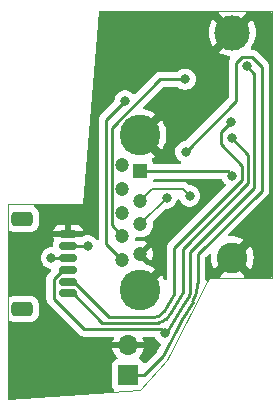
<source format=gbr>
%TF.GenerationSoftware,KiCad,Pcbnew,7.0.10*%
%TF.CreationDate,2024-06-17T16:45:55-04:00*%
%TF.ProjectId,MidInterface1.1.1,4d696449-6e74-4657-9266-616365312e31,rev?*%
%TF.SameCoordinates,PX772dc40PY4d83c00*%
%TF.FileFunction,Copper,L2,Bot*%
%TF.FilePolarity,Positive*%
%FSLAX46Y46*%
G04 Gerber Fmt 4.6, Leading zero omitted, Abs format (unit mm)*
G04 Created by KiCad (PCBNEW 7.0.10) date 2024-06-17 16:45:55*
%MOMM*%
%LPD*%
G01*
G04 APERTURE LIST*
G04 Aperture macros list*
%AMRoundRect*
0 Rectangle with rounded corners*
0 $1 Rounding radius*
0 $2 $3 $4 $5 $6 $7 $8 $9 X,Y pos of 4 corners*
0 Add a 4 corners polygon primitive as box body*
4,1,4,$2,$3,$4,$5,$6,$7,$8,$9,$2,$3,0*
0 Add four circle primitives for the rounded corners*
1,1,$1+$1,$2,$3*
1,1,$1+$1,$4,$5*
1,1,$1+$1,$6,$7*
1,1,$1+$1,$8,$9*
0 Add four rect primitives between the rounded corners*
20,1,$1+$1,$2,$3,$4,$5,0*
20,1,$1+$1,$4,$5,$6,$7,0*
20,1,$1+$1,$6,$7,$8,$9,0*
20,1,$1+$1,$8,$9,$2,$3,0*%
G04 Aperture macros list end*
%TA.AperFunction,ComponentPad*%
%ADD10C,2.600000*%
%TD*%
%TA.AperFunction,ComponentPad*%
%ADD11C,3.000000*%
%TD*%
%TA.AperFunction,ComponentPad*%
%ADD12R,1.700000X1.700000*%
%TD*%
%TA.AperFunction,ComponentPad*%
%ADD13O,1.700000X1.700000*%
%TD*%
%TA.AperFunction,ComponentPad*%
%ADD14R,1.200000X1.200000*%
%TD*%
%TA.AperFunction,ComponentPad*%
%ADD15C,1.200000*%
%TD*%
%TA.AperFunction,ComponentPad*%
%ADD16C,3.450000*%
%TD*%
%TA.AperFunction,SMDPad,CuDef*%
%ADD17RoundRect,0.150000X0.625000X-0.150000X0.625000X0.150000X-0.625000X0.150000X-0.625000X-0.150000X0*%
%TD*%
%TA.AperFunction,SMDPad,CuDef*%
%ADD18RoundRect,0.250000X0.650000X-0.350000X0.650000X0.350000X-0.650000X0.350000X-0.650000X-0.350000X0*%
%TD*%
%TA.AperFunction,ViaPad*%
%ADD19C,0.800000*%
%TD*%
%TA.AperFunction,Conductor*%
%ADD20C,0.200000*%
%TD*%
%TA.AperFunction,Conductor*%
%ADD21C,0.250000*%
%TD*%
%TA.AperFunction,Profile*%
%ADD22C,0.025400*%
%TD*%
G04 APERTURE END LIST*
D10*
%TO.P,H2,11*%
%TO.N,GND*%
X18978000Y12000400D03*
%TD*%
D11*
%TO.P,H1,11*%
%TO.N,GND*%
X18978000Y31050400D03*
%TD*%
D12*
%TO.P,J3,1,Pin_1*%
%TO.N,/Limit Switch*%
X10160000Y2032000D03*
D13*
%TO.P,J3,2,Pin_2*%
%TO.N,GND*%
X10160000Y4572000D03*
%TD*%
D14*
%TO.P,J2,1,VBUS*%
%TO.N,VBUS*%
X11176000Y19304000D03*
D15*
%TO.P,J2,2,D-*%
%TO.N,/USB D-*%
X11176000Y16804000D03*
%TO.P,J2,3,D+*%
%TO.N,/USB D+*%
X11176000Y14804000D03*
%TO.P,J2,4,GND*%
%TO.N,GND*%
X11176000Y12304000D03*
%TO.P,J2,5,SSRX-*%
%TO.N,+5V*%
X9676000Y11804000D03*
%TO.P,J2,6,SSRX+*%
%TO.N,+BATT*%
X9676000Y13804000D03*
%TO.P,J2,7,GND_DRAIN*%
%TO.N,GND*%
X9676000Y15804000D03*
%TO.P,J2,8,SSTX-*%
%TO.N,/CAN-H*%
X9676000Y17804000D03*
%TO.P,J2,9,SSTX+*%
%TO.N,/CAN-L*%
X9676000Y19804000D03*
D16*
%TO.P,J2,MH1,MH1*%
%TO.N,GND*%
X11176000Y22374000D03*
%TO.P,J2,MH2,MH2*%
X11176000Y9234000D03*
%TD*%
D17*
%TO.P,J4,1,Pin_1*%
%TO.N,/M+*%
X5080000Y8970000D03*
%TO.P,J4,2,Pin_2*%
%TO.N,/M-*%
X5080000Y9970000D03*
%TO.P,J4,3,Pin_3*%
%TO.N,+3.3V*%
X5080000Y10970000D03*
%TO.P,J4,4,Pin_4*%
%TO.N,/Encoder A*%
X5080000Y11970000D03*
%TO.P,J4,5,Pin_5*%
%TO.N,/Encoder B*%
X5080000Y12970000D03*
%TO.P,J4,6,Pin_6*%
%TO.N,GND*%
X5080000Y13970000D03*
D18*
%TO.P,J4,MP*%
%TO.N,N/C*%
X1205000Y7670000D03*
X1205000Y15270000D03*
%TD*%
D19*
%TO.N,GND*%
X3429000Y13970000D03*
X12827000Y14859000D03*
X5080000Y15570200D03*
X14478000Y16256000D03*
%TO.N,/USB D-*%
X15367000Y17221525D03*
%TO.N,/USB D+*%
X13426000Y17054000D03*
%TO.N,+5V*%
X9906000Y25273000D03*
%TO.N,/Limit Switch*%
X15036800Y20955000D03*
%TO.N,/M+*%
X18948400Y22098000D03*
%TO.N,/M-*%
X18897600Y23469600D03*
%TO.N,/Encoder A*%
X3657600Y11963400D03*
%TO.N,/Encoder B*%
X6731000Y12979400D03*
%TO.N,+BATT*%
X14986000Y27100400D03*
%TO.N,+3.3V*%
X13278442Y5573601D03*
X20218400Y28219400D03*
%TO.N,VBUS*%
X18966114Y18929509D03*
%TD*%
D20*
%TO.N,/USB D-*%
X12152000Y17780000D02*
X11176000Y16804000D01*
X14808525Y17780000D02*
X12152000Y17780000D01*
X15367000Y17221525D02*
X14808525Y17780000D01*
%TO.N,/USB D+*%
X13426000Y17054000D02*
X11176000Y14804000D01*
D21*
%TO.N,+5V*%
X9676000Y11804000D02*
X8301000Y13179000D01*
X8301000Y23668000D02*
X9906000Y25273000D01*
X8301000Y13179000D02*
X8301000Y23668000D01*
%TO.N,/Limit Switch*%
X15632602Y8281765D02*
X14759060Y6806100D01*
X19304000Y25247600D02*
X19304000Y28498800D01*
X19786600Y28981400D02*
X20624800Y28981400D01*
X14759060Y6806100D02*
X13106400Y3657600D01*
X16052800Y12268200D02*
X16052800Y9816485D01*
X21463000Y28143200D02*
X21463000Y17678400D01*
X20624800Y28981400D02*
X21463000Y28143200D01*
X13106400Y3657600D02*
X11480800Y2032000D01*
X19304000Y28498800D02*
X19786600Y28981400D01*
X11480800Y2032000D02*
X10160000Y2032000D01*
X21463000Y17678400D02*
X16052800Y12268200D01*
X15036800Y20980400D02*
X19304000Y25247600D01*
X15036800Y20955000D02*
X15036800Y20980400D01*
X15632597Y8281768D02*
G75*
G03*
X16052800Y9816485I-2592597J1534732D01*
G01*
%TO.N,/M+*%
X12496800Y6477000D02*
X12800012Y6501257D01*
X13792200Y7366000D02*
X14808200Y9093200D01*
X14808200Y9093200D02*
X14770100Y12712700D01*
X13337791Y6789249D02*
X13792200Y7366000D01*
X20337701Y20708699D02*
X18948400Y22098000D01*
X5080000Y8970000D02*
X5482600Y8970000D01*
X7975600Y6477000D02*
X12496800Y6477000D01*
X20337701Y18280301D02*
X20337701Y20708699D01*
X14770100Y12712700D02*
X20337701Y18280301D01*
X5482600Y8970000D02*
X7975600Y6477000D01*
X12800010Y6501283D02*
G75*
G03*
X13337791Y6789249I-60710J759517D01*
G01*
%TO.N,/M-*%
X12268200Y7000951D02*
X12725400Y7035800D01*
X5080000Y9970000D02*
X5574800Y9970000D01*
X8559800Y6985000D02*
X11796559Y6985000D01*
X19786600Y18567400D02*
X19786600Y19786600D01*
X17983200Y21590000D02*
X17983200Y22606000D01*
X12725400Y7035800D02*
X13182600Y7493000D01*
X14071600Y8940800D02*
X14071600Y12852400D01*
X18034000Y22606000D02*
X18897600Y23469600D01*
X5574800Y9970000D02*
X8559800Y6985000D01*
X19786600Y19786600D02*
X17983200Y21590000D01*
X13182600Y7493000D02*
X14071600Y8940800D01*
X11796559Y6985000D02*
X12268200Y7000951D01*
X14071600Y12852400D02*
X19786600Y18567400D01*
X17983200Y22606000D02*
X18034000Y22606000D01*
%TO.N,/Encoder A*%
X4305001Y11970000D02*
X5080000Y11970000D01*
X4298401Y11963400D02*
X4305001Y11970000D01*
X3657600Y11963400D02*
X4298401Y11963400D01*
%TO.N,/Encoder B*%
X6731000Y12979400D02*
X6721600Y12970000D01*
X6721600Y12970000D02*
X5080000Y12970000D01*
%TO.N,+BATT*%
X14986000Y27100400D02*
X12876400Y27100400D01*
X8751000Y22975000D02*
X8751000Y14729000D01*
X8751000Y14729000D02*
X9676000Y13804000D01*
X12876400Y27100400D02*
X8751000Y22975000D01*
%TO.N,+3.3V*%
X3860800Y10201708D02*
X3860800Y8534400D01*
X6451600Y5943600D02*
X12908443Y5943600D01*
X15290800Y8763000D02*
X15417800Y9093200D01*
X20853400Y27584400D02*
X20218400Y28219400D01*
X13276053Y5444212D02*
X14808200Y7950200D01*
X15417800Y12471400D02*
X20853400Y17907000D01*
X3860800Y8534400D02*
X6451600Y5943600D01*
X15417800Y9093200D02*
X15417800Y12471400D01*
X4629092Y10970000D02*
X3860800Y10201708D01*
X14808200Y7950200D02*
X15290800Y8763000D01*
X20853400Y17907000D02*
X20853400Y27584400D01*
X12908443Y5943600D02*
X13278442Y5573601D01*
%TO.N,VBUS*%
X11176000Y19304000D02*
X18591623Y19304000D01*
X18591623Y19304000D02*
X18966114Y18929509D01*
%TD*%
%TA.AperFunction,Conductor*%
%TO.N,GND*%
G36*
X17733910Y32837801D02*
G01*
X17800856Y32817819D01*
X17846375Y32764812D01*
X17855905Y32711311D01*
X18442783Y32124433D01*
X18343575Y32075032D01*
X18166102Y31941010D01*
X18016277Y31776660D01*
X17900274Y31589310D01*
X17318569Y32171015D01*
X17291196Y32134447D01*
X17154091Y31883359D01*
X17054109Y31615296D01*
X16993300Y31335763D01*
X16972891Y31050402D01*
X16972891Y31050399D01*
X16993300Y30765038D01*
X17054109Y30485505D01*
X17154091Y30217442D01*
X17291191Y29966362D01*
X17291196Y29966354D01*
X17318569Y29929787D01*
X17318570Y29929787D01*
X17900274Y30511491D01*
X18016277Y30324140D01*
X18166102Y30159790D01*
X18343575Y30025768D01*
X18442782Y29976369D01*
X17857385Y29390972D01*
X17857386Y29390971D01*
X17893953Y29363597D01*
X17893961Y29363592D01*
X18145042Y29226492D01*
X18145041Y29226492D01*
X18413104Y29126510D01*
X18692638Y29065701D01*
X18701804Y29065045D01*
X18767269Y29040630D01*
X18809142Y28984697D01*
X18814128Y28915006D01*
X18796934Y28876632D01*
X18797694Y28876214D01*
X18784284Y28851824D01*
X18773610Y28835574D01*
X18761329Y28819739D01*
X18761324Y28819732D01*
X18743975Y28779642D01*
X18738838Y28769156D01*
X18717803Y28730894D01*
X18712822Y28711493D01*
X18706521Y28693090D01*
X18698562Y28674698D01*
X18698561Y28674695D01*
X18691728Y28631557D01*
X18689360Y28620126D01*
X18678501Y28577829D01*
X18678500Y28577818D01*
X18678500Y28557784D01*
X18676973Y28538385D01*
X18673840Y28518606D01*
X18673840Y28518605D01*
X18677950Y28475126D01*
X18678500Y28463457D01*
X18678500Y25558053D01*
X18658815Y25491014D01*
X18642181Y25470372D01*
X15063628Y21891819D01*
X15002305Y21858334D01*
X14975947Y21855500D01*
X14942154Y21855500D01*
X14909697Y21848602D01*
X14756997Y21816145D01*
X14756992Y21816143D01*
X14584070Y21739152D01*
X14584065Y21739149D01*
X14430929Y21627889D01*
X14304266Y21487215D01*
X14209621Y21323285D01*
X14209618Y21323278D01*
X14151127Y21143260D01*
X14151126Y21143256D01*
X14131340Y20955000D01*
X14151126Y20766744D01*
X14151127Y20766741D01*
X14209618Y20586723D01*
X14209621Y20586716D01*
X14304267Y20422784D01*
X14326501Y20398091D01*
X14430929Y20282112D01*
X14584065Y20170852D01*
X14584067Y20170851D01*
X14584070Y20170849D01*
X14593212Y20166779D01*
X14646449Y20121528D01*
X14666769Y20054678D01*
X14647723Y19987455D01*
X14595356Y19941200D01*
X14542775Y19929500D01*
X12386764Y19929500D01*
X12319725Y19949185D01*
X12273970Y20001989D01*
X12270582Y20010167D01*
X12219797Y20146329D01*
X12219796Y20146330D01*
X12219796Y20146331D01*
X12166239Y20217874D01*
X12141822Y20283338D01*
X12156674Y20351611D01*
X12206079Y20401017D01*
X12210663Y20403398D01*
X12290886Y20442959D01*
X12457138Y20554046D01*
X11673927Y21337257D01*
X11783991Y21392061D01*
X11954069Y21520499D01*
X12097652Y21678001D01*
X12209848Y21859205D01*
X12215366Y21873450D01*
X12995954Y21092862D01*
X13107043Y21259117D01*
X13236041Y21520699D01*
X13329796Y21796895D01*
X13329798Y21796903D01*
X13386696Y22082946D01*
X13386697Y22082958D01*
X13405773Y22374000D01*
X13386697Y22665043D01*
X13386696Y22665055D01*
X13329798Y22951098D01*
X13329796Y22951106D01*
X13236041Y23227302D01*
X13107043Y23488884D01*
X12995954Y23655140D01*
X12215366Y22874552D01*
X12209848Y22888795D01*
X12097652Y23069999D01*
X11954069Y23227501D01*
X11783991Y23355939D01*
X11673927Y23410744D01*
X12457138Y24193956D01*
X12290883Y24305044D01*
X12029301Y24434042D01*
X11753105Y24527797D01*
X11753100Y24527798D01*
X11509607Y24576232D01*
X11447696Y24608617D01*
X11413122Y24669333D01*
X11416862Y24739102D01*
X11446114Y24785525D01*
X13099171Y26438581D01*
X13160494Y26472066D01*
X13186852Y26474900D01*
X14282252Y26474900D01*
X14349291Y26455215D01*
X14374400Y26433874D01*
X14380126Y26427515D01*
X14380130Y26427511D01*
X14533265Y26316252D01*
X14533270Y26316249D01*
X14706192Y26239258D01*
X14706197Y26239256D01*
X14891354Y26199900D01*
X14891355Y26199900D01*
X15080644Y26199900D01*
X15080646Y26199900D01*
X15265803Y26239256D01*
X15438730Y26316249D01*
X15591871Y26427512D01*
X15718533Y26568184D01*
X15813179Y26732116D01*
X15871674Y26912144D01*
X15891460Y27100400D01*
X15871674Y27288656D01*
X15813179Y27468684D01*
X15718533Y27632616D01*
X15591871Y27773288D01*
X15591870Y27773289D01*
X15438734Y27884549D01*
X15438729Y27884552D01*
X15265807Y27961543D01*
X15265802Y27961545D01*
X15120001Y27992535D01*
X15080646Y28000900D01*
X14891354Y28000900D01*
X14858897Y27994002D01*
X14706197Y27961545D01*
X14706192Y27961543D01*
X14533270Y27884552D01*
X14533265Y27884549D01*
X14380130Y27773290D01*
X14380126Y27773286D01*
X14374400Y27766926D01*
X14314913Y27730279D01*
X14282252Y27725900D01*
X12959143Y27725900D01*
X12943522Y27727625D01*
X12943495Y27727339D01*
X12935733Y27728074D01*
X12868513Y27725961D01*
X12864619Y27725900D01*
X12837050Y27725900D01*
X12833073Y27725398D01*
X12821442Y27724483D01*
X12777774Y27723111D01*
X12777768Y27723110D01*
X12758526Y27717520D01*
X12739487Y27713577D01*
X12719617Y27711066D01*
X12719603Y27711063D01*
X12678998Y27694987D01*
X12667954Y27691206D01*
X12626014Y27679021D01*
X12626010Y27679019D01*
X12608766Y27668821D01*
X12591305Y27660267D01*
X12572674Y27652890D01*
X12572662Y27652883D01*
X12537333Y27627215D01*
X12527573Y27620804D01*
X12489980Y27598571D01*
X12475814Y27584405D01*
X12461024Y27571773D01*
X12444814Y27559996D01*
X12444811Y27559993D01*
X12416973Y27526342D01*
X12409111Y27517703D01*
X10758453Y25867045D01*
X10697130Y25833560D01*
X10627438Y25838544D01*
X10578623Y25871752D01*
X10511871Y25945888D01*
X10511867Y25945891D01*
X10358734Y26057149D01*
X10358729Y26057152D01*
X10185807Y26134143D01*
X10185802Y26134145D01*
X10040001Y26165135D01*
X10000646Y26173500D01*
X9811354Y26173500D01*
X9778897Y26166602D01*
X9626197Y26134145D01*
X9626192Y26134143D01*
X9453270Y26057152D01*
X9453265Y26057149D01*
X9300129Y25945889D01*
X9173466Y25805215D01*
X9078821Y25641285D01*
X9078818Y25641278D01*
X9029995Y25491014D01*
X9020326Y25461256D01*
X9002679Y25293351D01*
X8976094Y25228737D01*
X8967039Y25218632D01*
X7917208Y24168801D01*
X7904951Y24158980D01*
X7905134Y24158759D01*
X7899122Y24153786D01*
X7853098Y24104777D01*
X7850391Y24101984D01*
X7830889Y24082483D01*
X7830875Y24082466D01*
X7828407Y24079285D01*
X7820843Y24070430D01*
X7790937Y24038582D01*
X7790936Y24038580D01*
X7781284Y24021024D01*
X7770610Y24004774D01*
X7758329Y23988939D01*
X7758324Y23988932D01*
X7740975Y23948842D01*
X7735838Y23938356D01*
X7714803Y23900094D01*
X7709822Y23880693D01*
X7703521Y23862290D01*
X7695562Y23843898D01*
X7695561Y23843895D01*
X7688728Y23800757D01*
X7686360Y23789326D01*
X7675501Y23747029D01*
X7675500Y23747018D01*
X7675500Y23726984D01*
X7673973Y23707585D01*
X7670840Y23687806D01*
X7670840Y23687805D01*
X7674950Y23644326D01*
X7675500Y23632657D01*
X7675500Y13599234D01*
X7655815Y13532195D01*
X7603011Y13486440D01*
X7533853Y13476496D01*
X7470297Y13505521D01*
X7459350Y13516262D01*
X7336870Y13652289D01*
X7183734Y13763549D01*
X7183729Y13763552D01*
X7010807Y13840543D01*
X7010802Y13840545D01*
X6865001Y13871535D01*
X6825646Y13879900D01*
X6636354Y13879900D01*
X6603897Y13873002D01*
X6451197Y13840545D01*
X6451192Y13840543D01*
X6278270Y13763552D01*
X6250923Y13743682D01*
X6185116Y13720202D01*
X6178037Y13720000D01*
X5989050Y13720000D01*
X5954455Y13724924D01*
X5807573Y13767598D01*
X5807567Y13767599D01*
X5770701Y13770500D01*
X5770694Y13770500D01*
X4389306Y13770500D01*
X4389298Y13770500D01*
X4352432Y13767599D01*
X4352426Y13767598D01*
X4205545Y13724924D01*
X4170950Y13720000D01*
X3807705Y13720000D01*
X3807704Y13719999D01*
X3807899Y13717512D01*
X3807900Y13717506D01*
X3853716Y13559807D01*
X3853717Y13559804D01*
X3869207Y13533612D01*
X3886389Y13465888D01*
X3869207Y13407373D01*
X3853258Y13380405D01*
X3853254Y13380395D01*
X3807402Y13222574D01*
X3807401Y13222568D01*
X3804500Y13185702D01*
X3804500Y12987900D01*
X3784815Y12920861D01*
X3732011Y12875106D01*
X3680500Y12863900D01*
X3562954Y12863900D01*
X3530497Y12857002D01*
X3377797Y12824545D01*
X3377792Y12824543D01*
X3204870Y12747552D01*
X3204865Y12747549D01*
X3051729Y12636289D01*
X2925066Y12495615D01*
X2830421Y12331685D01*
X2830418Y12331678D01*
X2786091Y12195252D01*
X2771926Y12151656D01*
X2752140Y11963400D01*
X2771926Y11775144D01*
X2771927Y11775141D01*
X2830418Y11595123D01*
X2830421Y11595116D01*
X2925067Y11431184D01*
X2970799Y11380394D01*
X3051729Y11290512D01*
X3204865Y11179252D01*
X3204870Y11179249D01*
X3377792Y11102258D01*
X3377793Y11102258D01*
X3377797Y11102256D01*
X3562954Y11062900D01*
X3562956Y11062900D01*
X3565901Y11062274D01*
X3627383Y11029082D01*
X3661160Y10967919D01*
X3656508Y10898205D01*
X3627802Y10853303D01*
X3477008Y10702509D01*
X3464751Y10692688D01*
X3464934Y10692467D01*
X3458922Y10687494D01*
X3412898Y10638485D01*
X3410191Y10635692D01*
X3390689Y10616191D01*
X3390675Y10616174D01*
X3388207Y10612993D01*
X3380643Y10604138D01*
X3350737Y10572290D01*
X3350736Y10572288D01*
X3341084Y10554732D01*
X3330410Y10538482D01*
X3318129Y10522647D01*
X3318124Y10522640D01*
X3300775Y10482550D01*
X3295638Y10472064D01*
X3274603Y10433802D01*
X3269622Y10414401D01*
X3263321Y10395998D01*
X3255362Y10377606D01*
X3255361Y10377603D01*
X3248528Y10334465D01*
X3246160Y10323034D01*
X3235301Y10280737D01*
X3235300Y10280726D01*
X3235300Y10260692D01*
X3233773Y10241293D01*
X3230640Y10221514D01*
X3230640Y10221513D01*
X3234750Y10178034D01*
X3235300Y10166365D01*
X3235300Y8617145D01*
X3233575Y8601528D01*
X3233861Y8601501D01*
X3233126Y8593735D01*
X3235239Y8526528D01*
X3235300Y8522633D01*
X3235300Y8495043D01*
X3235803Y8491065D01*
X3236718Y8479433D01*
X3238090Y8435776D01*
X3238091Y8435773D01*
X3243680Y8416533D01*
X3247624Y8397489D01*
X3247892Y8395372D01*
X3250136Y8377608D01*
X3266214Y8336997D01*
X3269997Y8325948D01*
X3282181Y8284012D01*
X3292380Y8266766D01*
X3300938Y8249297D01*
X3308314Y8230668D01*
X3333981Y8195340D01*
X3340393Y8185579D01*
X3362628Y8147983D01*
X3362633Y8147976D01*
X3376790Y8133820D01*
X3389428Y8119024D01*
X3401205Y8102814D01*
X3401206Y8102813D01*
X3434857Y8074975D01*
X3443498Y8067112D01*
X5950797Y5559812D01*
X5960622Y5547549D01*
X5960843Y5547731D01*
X5965811Y5541726D01*
X6014822Y5495701D01*
X6017621Y5492988D01*
X6037122Y5473486D01*
X6037126Y5473483D01*
X6037129Y5473480D01*
X6040302Y5471019D01*
X6049174Y5463441D01*
X6081018Y5433538D01*
X6098576Y5423886D01*
X6114835Y5413205D01*
X6130664Y5400927D01*
X6170755Y5383579D01*
X6181226Y5378449D01*
X6203780Y5366050D01*
X6219502Y5357406D01*
X6219504Y5357405D01*
X6219508Y5357403D01*
X6238916Y5352420D01*
X6257319Y5346119D01*
X6275701Y5338164D01*
X6275702Y5338164D01*
X6275704Y5338163D01*
X6318850Y5331330D01*
X6330272Y5328964D01*
X6372581Y5318100D01*
X6392616Y5318100D01*
X6412015Y5316573D01*
X6431796Y5313440D01*
X6472539Y5317292D01*
X6475272Y5317550D01*
X6486942Y5318100D01*
X8823711Y5318100D01*
X8890750Y5298415D01*
X8936505Y5245611D01*
X8946449Y5176453D01*
X8936093Y5141695D01*
X8886570Y5035493D01*
X8886567Y5035487D01*
X8829364Y4822001D01*
X8829364Y4822000D01*
X9726314Y4822000D01*
X9700507Y4781844D01*
X9660000Y4643889D01*
X9660000Y4500111D01*
X9700507Y4362156D01*
X9726314Y4322000D01*
X8829364Y4322000D01*
X8886567Y4108514D01*
X8886570Y4108508D01*
X8986399Y3894422D01*
X9121894Y3700918D01*
X9243946Y3578866D01*
X9277431Y3517543D01*
X9272447Y3447851D01*
X9230575Y3391918D01*
X9199598Y3375003D01*
X9067671Y3325798D01*
X9067664Y3325794D01*
X8952455Y3239548D01*
X8952452Y3239545D01*
X8866206Y3124336D01*
X8866202Y3124329D01*
X8815908Y2989483D01*
X8809501Y2929884D01*
X8809500Y2929865D01*
X8809500Y1134130D01*
X8809501Y1134124D01*
X8815908Y1074517D01*
X8866202Y939672D01*
X8866206Y939665D01*
X8952452Y824456D01*
X8958725Y818183D01*
X8956305Y815764D01*
X8988288Y773041D01*
X8993272Y703349D01*
X8959787Y642026D01*
X8898464Y608541D01*
X8880541Y605994D01*
X714599Y49225D01*
X705887Y48938D01*
X124223Y50239D01*
X57227Y70074D01*
X11591Y122980D01*
X500Y174239D01*
X500Y6558063D01*
X20185Y6625102D01*
X72989Y6670857D01*
X142147Y6680801D01*
X189594Y6663603D01*
X235666Y6635186D01*
X402203Y6580001D01*
X504991Y6569500D01*
X1905008Y6569501D01*
X2007797Y6580001D01*
X2174334Y6635186D01*
X2323656Y6727288D01*
X2447712Y6851344D01*
X2539814Y7000666D01*
X2594999Y7167203D01*
X2605500Y7269991D01*
X2605499Y8070008D01*
X2605372Y8071248D01*
X2594999Y8172797D01*
X2594998Y8172800D01*
X2568733Y8252061D01*
X2539814Y8339334D01*
X2447712Y8488656D01*
X2323656Y8612712D01*
X2183251Y8699314D01*
X2174336Y8704813D01*
X2174331Y8704815D01*
X2172862Y8705302D01*
X2007797Y8759999D01*
X2007795Y8760000D01*
X1905010Y8770500D01*
X504998Y8770500D01*
X504981Y8770499D01*
X402203Y8760000D01*
X402200Y8759999D01*
X235668Y8704815D01*
X235661Y8704812D01*
X189595Y8676398D01*
X122203Y8657959D01*
X55539Y8678883D01*
X10771Y8732525D01*
X500Y8781938D01*
X500Y14158063D01*
X20185Y14225102D01*
X72989Y14270857D01*
X142147Y14280801D01*
X189594Y14263603D01*
X235666Y14235186D01*
X402203Y14180001D01*
X504991Y14169500D01*
X1905008Y14169501D01*
X2007797Y14180001D01*
X2128512Y14220002D01*
X3807704Y14220002D01*
X3807705Y14220000D01*
X4830000Y14220000D01*
X4830000Y14770000D01*
X5330000Y14770000D01*
X5330000Y14220000D01*
X6352295Y14220000D01*
X6352295Y14220002D01*
X6352100Y14222487D01*
X6306281Y14380199D01*
X6222685Y14521553D01*
X6222678Y14521562D01*
X6106561Y14637679D01*
X6106552Y14637686D01*
X5965196Y14721283D01*
X5965193Y14721284D01*
X5807495Y14767100D01*
X5807489Y14767101D01*
X5770649Y14770000D01*
X5330000Y14770000D01*
X4830000Y14770000D01*
X4389350Y14770000D01*
X4352510Y14767101D01*
X4352504Y14767100D01*
X4194806Y14721284D01*
X4194803Y14721283D01*
X4053447Y14637686D01*
X4053438Y14637679D01*
X3937321Y14521562D01*
X3937314Y14521553D01*
X3853718Y14380199D01*
X3807899Y14222487D01*
X3807704Y14220002D01*
X2128512Y14220002D01*
X2174334Y14235186D01*
X2323656Y14327288D01*
X2447712Y14451344D01*
X2539814Y14600666D01*
X2594999Y14767203D01*
X2605500Y14869991D01*
X2605499Y15670008D01*
X2603867Y15685981D01*
X2594999Y15772797D01*
X2594998Y15772800D01*
X2584659Y15804000D01*
X2539814Y15939334D01*
X2447712Y16088656D01*
X2323656Y16212712D01*
X2214626Y16279962D01*
X2167903Y16331909D01*
X2156680Y16400872D01*
X2184524Y16464954D01*
X2242592Y16503810D01*
X2279724Y16509500D01*
X6344308Y16509500D01*
X6350122Y16509258D01*
X6350711Y16509796D01*
X6350956Y16515444D01*
X6351486Y16521784D01*
X7709544Y32768184D01*
X7734744Y32833348D01*
X7791175Y32874545D01*
X7833658Y32881851D01*
X17733910Y32837801D01*
G37*
%TD.AperFunction*%
%TA.AperFunction,Conductor*%
G36*
X12391565Y5298415D02*
G01*
X12437320Y5245611D01*
X12442457Y5232418D01*
X12451260Y5205324D01*
X12451263Y5205317D01*
X12545909Y5041385D01*
X12551220Y5035487D01*
X12672571Y4900713D01*
X12825707Y4789453D01*
X12825709Y4789452D01*
X12825712Y4789450D01*
X12841354Y4782486D01*
X12894590Y4737235D01*
X12914911Y4670386D01*
X12900711Y4611576D01*
X12605568Y4049297D01*
X12583455Y4019247D01*
X11653832Y3089625D01*
X11592509Y3056140D01*
X11522817Y3061124D01*
X11466884Y3102996D01*
X11457317Y3117882D01*
X11453797Y3124327D01*
X11453796Y3124331D01*
X11453793Y3124335D01*
X11453792Y3124337D01*
X11367547Y3239545D01*
X11367544Y3239548D01*
X11252335Y3325794D01*
X11252328Y3325798D01*
X11120401Y3375003D01*
X11064467Y3416874D01*
X11040050Y3482338D01*
X11054902Y3550611D01*
X11076053Y3578867D01*
X11198108Y3700922D01*
X11333600Y3894422D01*
X11433429Y4108508D01*
X11433432Y4108514D01*
X11490636Y4322000D01*
X10593686Y4322000D01*
X10619493Y4362156D01*
X10660000Y4500111D01*
X10660000Y4643889D01*
X10619493Y4781844D01*
X10593686Y4822000D01*
X11490636Y4822000D01*
X11490635Y4822001D01*
X11433432Y5035487D01*
X11433429Y5035493D01*
X11383907Y5141695D01*
X11373415Y5210773D01*
X11401935Y5274557D01*
X11460411Y5312796D01*
X11496289Y5318100D01*
X12324526Y5318100D01*
X12391565Y5298415D01*
G37*
%TD.AperFunction*%
%TA.AperFunction,Conductor*%
G36*
X18077778Y18658815D02*
G01*
X18123533Y18606011D01*
X18128670Y18592817D01*
X18138931Y18561234D01*
X18138935Y18561225D01*
X18233581Y18397293D01*
X18317099Y18304537D01*
X18360243Y18256621D01*
X18360247Y18256618D01*
X18376571Y18244757D01*
X18419237Y18189427D01*
X18425215Y18119814D01*
X18392609Y18058019D01*
X18391366Y18056759D01*
X13687808Y13353201D01*
X13675551Y13343380D01*
X13675734Y13343159D01*
X13669722Y13338186D01*
X13623698Y13289177D01*
X13620991Y13286384D01*
X13601489Y13266883D01*
X13601475Y13266866D01*
X13599007Y13263685D01*
X13591443Y13254830D01*
X13561537Y13222982D01*
X13561536Y13222980D01*
X13551884Y13205424D01*
X13541210Y13189174D01*
X13528929Y13173339D01*
X13528924Y13173332D01*
X13511575Y13133242D01*
X13506438Y13122756D01*
X13485403Y13084494D01*
X13480422Y13065093D01*
X13474121Y13046690D01*
X13466162Y13028298D01*
X13466161Y13028295D01*
X13459328Y12985157D01*
X13456960Y12973726D01*
X13446101Y12931429D01*
X13446100Y12931418D01*
X13446100Y12911384D01*
X13444573Y12891985D01*
X13441440Y12872206D01*
X13441440Y12872205D01*
X13445550Y12828726D01*
X13446100Y12817057D01*
X13446100Y10193153D01*
X13426415Y10126114D01*
X13373611Y10080359D01*
X13304453Y10070415D01*
X13240897Y10099440D01*
X13210888Y10138309D01*
X13107043Y10348884D01*
X12995954Y10515140D01*
X12215365Y9734552D01*
X12209848Y9748795D01*
X12097652Y9929999D01*
X11954069Y10087501D01*
X11783991Y10215939D01*
X11673926Y10270745D01*
X12457138Y11053956D01*
X12290883Y11165044D01*
X12029298Y11294043D01*
X12029291Y11294045D01*
X11838744Y11358729D01*
X11781419Y11361973D01*
X11735341Y11391105D01*
X11172446Y11954000D01*
X11205005Y11954000D01*
X11291216Y11968386D01*
X11393947Y12023981D01*
X11473060Y12109921D01*
X11519982Y12216892D01*
X11527200Y12304000D01*
X11529553Y12304000D01*
X12113465Y11720088D01*
X12115247Y11722447D01*
X12115248Y11722449D01*
X12206113Y11904931D01*
X12206116Y11904937D01*
X12261902Y12101008D01*
X12261903Y12101011D01*
X12280713Y12304000D01*
X12280713Y12304001D01*
X12261903Y12506990D01*
X12261902Y12506993D01*
X12206116Y12703064D01*
X12206113Y12703070D01*
X12115249Y12885551D01*
X12115247Y12885553D01*
X12113465Y12887913D01*
X11529553Y12304000D01*
X11527200Y12304000D01*
X11529628Y12333302D01*
X11500953Y12446538D01*
X11437064Y12544327D01*
X11344885Y12616072D01*
X11234405Y12654000D01*
X11172447Y12654000D01*
X11176000Y12657553D01*
X11756687Y13238242D01*
X11668413Y13292899D01*
X11668411Y13292900D01*
X11478321Y13366540D01*
X11277928Y13404000D01*
X11074071Y13404000D01*
X10882569Y13368203D01*
X10813054Y13375234D01*
X10758376Y13418732D01*
X10735894Y13484886D01*
X10740518Y13524024D01*
X10762397Y13600917D01*
X10764496Y13623574D01*
X10790281Y13688510D01*
X10847081Y13729199D01*
X10910747Y13734022D01*
X11074024Y13703500D01*
X11074027Y13703500D01*
X11277974Y13703500D01*
X11277976Y13703500D01*
X11478456Y13740976D01*
X11668637Y13814652D01*
X11842041Y13922019D01*
X11992764Y14059421D01*
X12115673Y14222179D01*
X12206582Y14404750D01*
X12262397Y14600917D01*
X12281215Y14804000D01*
X12264877Y14980314D01*
X12278292Y15048881D01*
X12300664Y15079431D01*
X13338416Y16117181D01*
X13399739Y16150666D01*
X13426097Y16153500D01*
X13520644Y16153500D01*
X13520646Y16153500D01*
X13705803Y16192856D01*
X13878730Y16269849D01*
X14031871Y16381112D01*
X14158533Y16521784D01*
X14253179Y16685716D01*
X14305785Y16847621D01*
X14345222Y16905296D01*
X14409581Y16932494D01*
X14478427Y16920579D01*
X14529903Y16873335D01*
X14536503Y16858885D01*
X14537175Y16859184D01*
X14539821Y16853241D01*
X14634467Y16689309D01*
X14714056Y16600917D01*
X14761129Y16548637D01*
X14914265Y16437377D01*
X14914270Y16437374D01*
X15087192Y16360383D01*
X15087197Y16360381D01*
X15272354Y16321025D01*
X15272355Y16321025D01*
X15461644Y16321025D01*
X15461646Y16321025D01*
X15646803Y16360381D01*
X15819730Y16437374D01*
X15972871Y16548637D01*
X16099533Y16689309D01*
X16194179Y16853241D01*
X16252674Y17033269D01*
X16272460Y17221525D01*
X16252674Y17409781D01*
X16194179Y17589809D01*
X16099533Y17753741D01*
X15972871Y17894413D01*
X15972870Y17894414D01*
X15819734Y18005674D01*
X15819729Y18005677D01*
X15646807Y18082668D01*
X15646802Y18082670D01*
X15492659Y18115433D01*
X15461646Y18122025D01*
X15461645Y18122025D01*
X15367097Y18122025D01*
X15300058Y18141710D01*
X15279416Y18158344D01*
X15266724Y18171036D01*
X15256029Y18183231D01*
X15236808Y18208281D01*
X15236807Y18208282D01*
X15111366Y18304536D01*
X14965287Y18365044D01*
X14965285Y18365045D01*
X14847886Y18380500D01*
X14808525Y18385682D01*
X14777222Y18381561D01*
X14761038Y18380500D01*
X12368115Y18380500D01*
X12301076Y18400185D01*
X12255321Y18452989D01*
X12245377Y18522147D01*
X12251933Y18547833D01*
X12270582Y18597833D01*
X12312454Y18653767D01*
X12377918Y18678184D01*
X12386764Y18678500D01*
X18010739Y18678500D01*
X18077778Y18658815D01*
G37*
%TD.AperFunction*%
%TA.AperFunction,Conductor*%
G36*
X17108437Y12336734D02*
G01*
X17164370Y12294862D01*
X17188787Y12229398D01*
X17188756Y12211286D01*
X17172953Y12000405D01*
X17172953Y12000396D01*
X17193113Y11731374D01*
X17193113Y11731372D01*
X17253142Y11468367D01*
X17253148Y11468348D01*
X17351709Y11217219D01*
X17463088Y11024305D01*
X17463089Y11024304D01*
X17938633Y11499849D01*
X17944152Y11485605D01*
X18056348Y11304401D01*
X18199931Y11146899D01*
X18370009Y11018461D01*
X18480070Y10963658D01*
X18003006Y10486594D01*
X18006581Y10448477D01*
X17993242Y10379893D01*
X17944941Y10329408D01*
X17883123Y10312900D01*
X17022957Y10312900D01*
X17018351Y10313084D01*
X17017710Y10312876D01*
X17017294Y10312461D01*
X17015505Y10308591D01*
X16912887Y10106286D01*
X16865004Y10055403D01*
X16797214Y10038484D01*
X16731038Y10060902D01*
X16687488Y10115538D01*
X16678300Y10162380D01*
X16678300Y11957749D01*
X16697985Y12024788D01*
X16714614Y12045425D01*
X16977424Y12308235D01*
X17038745Y12341718D01*
X17108437Y12336734D01*
G37*
%TD.AperFunction*%
%TA.AperFunction,Conductor*%
G36*
X22228057Y32817805D02*
G01*
X22295003Y32797823D01*
X22340522Y32744816D01*
X22351500Y32693807D01*
X22351500Y10436900D01*
X22331815Y10369861D01*
X22279011Y10324106D01*
X22227500Y10312900D01*
X20072877Y10312900D01*
X20005838Y10332585D01*
X19960083Y10385389D01*
X19949419Y10448478D01*
X19952993Y10486593D01*
X19475928Y10963657D01*
X19585991Y11018461D01*
X19756069Y11146899D01*
X19899652Y11304401D01*
X20011848Y11485605D01*
X20017365Y11499849D01*
X20492910Y11024304D01*
X20492911Y11024304D01*
X20604290Y11217219D01*
X20702851Y11468348D01*
X20702857Y11468367D01*
X20762886Y11731372D01*
X20762886Y11731374D01*
X20783047Y12000396D01*
X20783047Y12000405D01*
X20762886Y12269427D01*
X20762886Y12269429D01*
X20702857Y12532434D01*
X20702851Y12532453D01*
X20604290Y12783582D01*
X20492910Y12976497D01*
X20017365Y12500953D01*
X20011848Y12515195D01*
X19899652Y12696399D01*
X19756069Y12853901D01*
X19585991Y12982339D01*
X19475927Y13037144D01*
X19952992Y13514209D01*
X19880524Y13563617D01*
X19880518Y13563620D01*
X19637460Y13680670D01*
X19637462Y13680670D01*
X19379662Y13760191D01*
X19379656Y13760193D01*
X19112898Y13800400D01*
X18843099Y13800400D01*
X18775919Y13790274D01*
X18706695Y13799747D01*
X18653581Y13845143D01*
X18633442Y13912047D01*
X18652671Y13979218D01*
X18669749Y14000560D01*
X21846788Y17177599D01*
X21859042Y17187414D01*
X21858859Y17187636D01*
X21864868Y17192609D01*
X21864877Y17192614D01*
X21910949Y17241678D01*
X21913566Y17244377D01*
X21933120Y17263929D01*
X21935576Y17267097D01*
X21943156Y17275973D01*
X21973062Y17307818D01*
X21982713Y17325376D01*
X21993396Y17341639D01*
X22005673Y17357464D01*
X22023021Y17397556D01*
X22028151Y17408029D01*
X22049197Y17446308D01*
X22054180Y17465720D01*
X22060481Y17484120D01*
X22068437Y17502504D01*
X22075270Y17545652D01*
X22077633Y17557062D01*
X22088500Y17599381D01*
X22088500Y17619417D01*
X22090027Y17638818D01*
X22093160Y17658596D01*
X22089050Y17702076D01*
X22088500Y17713745D01*
X22088500Y28060458D01*
X22090224Y28076078D01*
X22089939Y28076104D01*
X22090671Y28083860D01*
X22090673Y28083867D01*
X22088561Y28151074D01*
X22088500Y28154969D01*
X22088500Y28182546D01*
X22088500Y28182550D01*
X22087996Y28186535D01*
X22087080Y28198179D01*
X22085709Y28241827D01*
X22080122Y28261056D01*
X22076174Y28280116D01*
X22073663Y28299996D01*
X22057588Y28340596D01*
X22053804Y28351648D01*
X22041618Y28393591D01*
X22041616Y28393594D01*
X22031423Y28410829D01*
X22022861Y28428306D01*
X22015487Y28446931D01*
X21999229Y28469308D01*
X21989811Y28482270D01*
X21983405Y28492023D01*
X21961170Y28529620D01*
X21961168Y28529622D01*
X21961165Y28529626D01*
X21947006Y28543785D01*
X21934368Y28558581D01*
X21922594Y28574787D01*
X21918930Y28577818D01*
X21888940Y28602628D01*
X21880299Y28610491D01*
X21125603Y29365188D01*
X21115780Y29377450D01*
X21115559Y29377266D01*
X21110586Y29383278D01*
X21061576Y29429301D01*
X21058777Y29432014D01*
X21039277Y29451515D01*
X21039271Y29451520D01*
X21036086Y29453991D01*
X21027234Y29461552D01*
X20995382Y29491462D01*
X20995380Y29491464D01*
X20995377Y29491465D01*
X20977829Y29501112D01*
X20961563Y29511796D01*
X20945732Y29524076D01*
X20905649Y29541422D01*
X20895163Y29546559D01*
X20856894Y29567597D01*
X20856892Y29567598D01*
X20837493Y29572578D01*
X20819081Y29578882D01*
X20800698Y29586838D01*
X20800692Y29586840D01*
X20757560Y29593671D01*
X20746122Y29596039D01*
X20703820Y29606900D01*
X20703819Y29606900D01*
X20683784Y29606900D01*
X20664386Y29608427D01*
X20662666Y29608700D01*
X20644604Y29611561D01*
X20643020Y29611610D01*
X20641834Y29611999D01*
X20636897Y29612781D01*
X20637023Y29613578D01*
X20576633Y29633393D01*
X20532561Y29687610D01*
X20524797Y29757047D01*
X20547652Y29809860D01*
X20664807Y29966361D01*
X20664808Y29966362D01*
X20801908Y30217442D01*
X20901890Y30485505D01*
X20962699Y30765038D01*
X20983109Y31050399D01*
X20983109Y31050402D01*
X20962699Y31335763D01*
X20901890Y31615296D01*
X20801908Y31883359D01*
X20664808Y32134439D01*
X20664803Y32134447D01*
X20637429Y32171014D01*
X20637428Y32171015D01*
X20055724Y31589312D01*
X19939723Y31776660D01*
X19789898Y31941010D01*
X19612425Y32075032D01*
X19513215Y32124433D01*
X20104506Y32715724D01*
X20114606Y32762151D01*
X20164011Y32811556D01*
X20223983Y32826722D01*
X22228057Y32817805D01*
G37*
%TD.AperFunction*%
%TD*%
D22*
X22352000Y10312400D02*
X17018000Y10312400D01*
X6350000Y16510000D02*
X0Y16510000D01*
X7721600Y32918400D02*
X22352000Y32918400D01*
X17018000Y10312400D02*
X13462000Y3302000D01*
X11176000Y762000D02*
X13462000Y3302000D01*
X6350000Y16510000D02*
X7721600Y32918400D01*
X0Y0D02*
X0Y16510000D01*
X22352000Y32918400D02*
X22352000Y10312400D01*
X11176000Y762000D02*
X0Y0D01*
M02*

</source>
